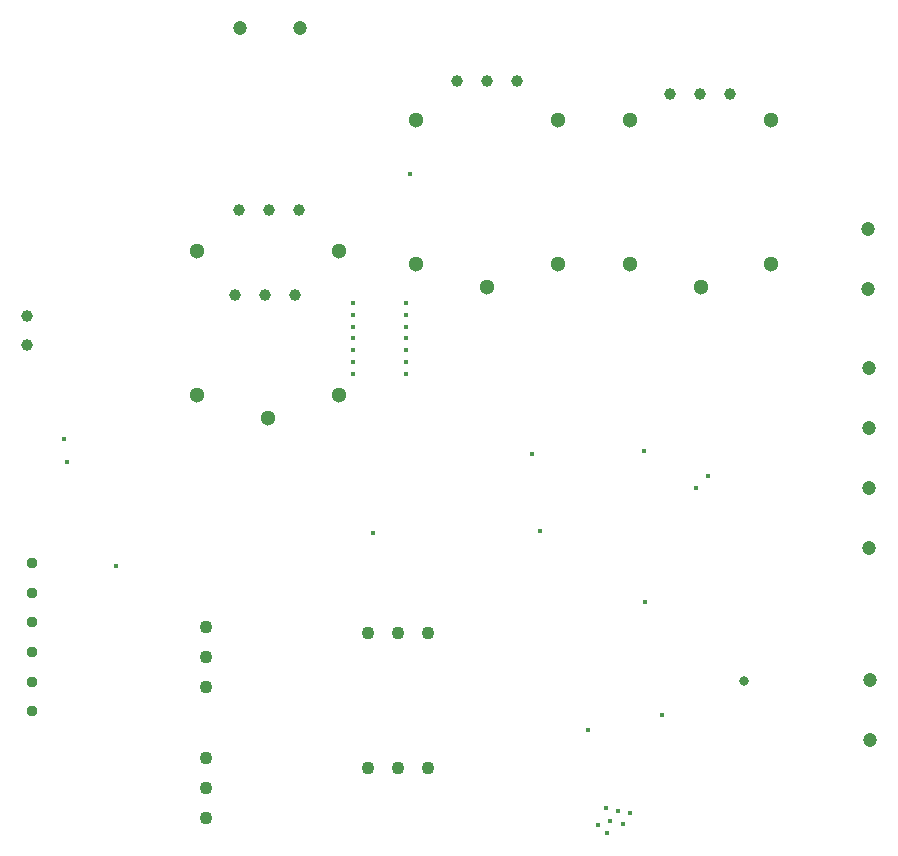
<source format=gbr>
%TF.GenerationSoftware,KiCad,Pcbnew,7.0.9*%
%TF.CreationDate,2024-02-23T12:55:03+05:30*%
%TF.ProjectId,Chg_Dschg Controller,4368675f-4473-4636-9867-20436f6e7472,rev?*%
%TF.SameCoordinates,Original*%
%TF.FileFunction,Plated,1,2,PTH,Drill*%
%TF.FilePolarity,Positive*%
%FSLAX46Y46*%
G04 Gerber Fmt 4.6, Leading zero omitted, Abs format (unit mm)*
G04 Created by KiCad (PCBNEW 7.0.9) date 2024-02-23 12:55:03*
%MOMM*%
%LPD*%
G01*
G04 APERTURE LIST*
%TA.AperFunction,ViaDrill*%
%ADD10C,0.400000*%
%TD*%
%TA.AperFunction,ViaDrill*%
%ADD11C,0.800000*%
%TD*%
%TA.AperFunction,ComponentDrill*%
%ADD12C,0.950000*%
%TD*%
%TA.AperFunction,ComponentDrill*%
%ADD13C,1.000000*%
%TD*%
%TA.AperFunction,ComponentDrill*%
%ADD14C,1.100000*%
%TD*%
%TA.AperFunction,ComponentDrill*%
%ADD15C,1.200000*%
%TD*%
%TA.AperFunction,ComponentDrill*%
%ADD16C,1.300000*%
%TD*%
G04 APERTURE END LIST*
D10*
X46546648Y-66488000D03*
X46800000Y-68500000D03*
X50950000Y-77250000D03*
X71000000Y-55000000D03*
X71000000Y-56000000D03*
X71000000Y-57000000D03*
X71000000Y-58000000D03*
X71000000Y-59000000D03*
X71000000Y-60000000D03*
X71000000Y-61000000D03*
X72700000Y-74500000D03*
X75500000Y-55000000D03*
X75500000Y-56000000D03*
X75500000Y-57000000D03*
X75500000Y-58000000D03*
X75500000Y-59000000D03*
X75500000Y-60000000D03*
X75500000Y-61000000D03*
X75800000Y-44100000D03*
X86150000Y-67800000D03*
X86850000Y-74300000D03*
X90900000Y-91200000D03*
X91700000Y-99200000D03*
X92400000Y-97800000D03*
X92500000Y-99900000D03*
X92700000Y-98900000D03*
X93400000Y-98000000D03*
X93800000Y-99100000D03*
X94400000Y-98200000D03*
X95600000Y-67500000D03*
X95700000Y-80350000D03*
X97100000Y-89900000D03*
X100000000Y-70662500D03*
X101000000Y-69613000D03*
D11*
X104100000Y-87000000D03*
D12*
%TO.C,J1*%
X43839000Y-77052000D03*
X43839000Y-79552000D03*
X43839000Y-82052000D03*
X43839000Y-84552000D03*
X43839000Y-87052000D03*
X43839000Y-89552000D03*
D13*
%TO.C,J2*%
X43400000Y-56100000D03*
X43400000Y-58600000D03*
%TO.C,J7*%
X61025000Y-54350000D03*
%TO.C,J6*%
X61325000Y-47100000D03*
%TO.C,J7*%
X63565000Y-54350000D03*
%TO.C,J6*%
X63865000Y-47100000D03*
%TO.C,J7*%
X66105000Y-54350000D03*
%TO.C,J6*%
X66405000Y-47100000D03*
%TO.C,J9*%
X79750000Y-36200000D03*
X82290000Y-36200000D03*
X84830000Y-36200000D03*
%TO.C,J8*%
X97825000Y-37350000D03*
X100365000Y-37350000D03*
X102905000Y-37350000D03*
D14*
%TO.C,Q5*%
X58555000Y-82460000D03*
X58555000Y-85000000D03*
X58555000Y-87540000D03*
%TO.C,Q1*%
X58555000Y-93560000D03*
X58555000Y-96100000D03*
X58555000Y-98640000D03*
%TO.C,Q2*%
X72210000Y-82945000D03*
%TO.C,Q3*%
X72260000Y-94395000D03*
%TO.C,Q2*%
X74750000Y-82945000D03*
%TO.C,Q3*%
X74800000Y-94395000D03*
%TO.C,Q2*%
X77290000Y-82945000D03*
%TO.C,Q3*%
X77340000Y-94395000D03*
D15*
%TO.C,J5*%
X61442500Y-31692500D03*
X66522500Y-31692500D03*
%TO.C,J3*%
X114607500Y-48727500D03*
X114607500Y-53807500D03*
%TO.C,J10*%
X114700000Y-60550000D03*
X114700000Y-65630000D03*
X114700000Y-70710000D03*
X114700000Y-75790000D03*
%TO.C,J4*%
X114707500Y-86927500D03*
X114707500Y-92007500D03*
D16*
%TO.C,K1*%
X57750000Y-50577500D03*
X57750000Y-62777500D03*
X63750000Y-64777500D03*
X69750000Y-50577500D03*
X69750000Y-62777500D03*
%TO.C,K3*%
X76350000Y-39477500D03*
X76350000Y-51677500D03*
X82350000Y-53677500D03*
X88350000Y-39477500D03*
X88350000Y-51677500D03*
%TO.C,K2*%
X94400000Y-39477500D03*
X94400000Y-51677500D03*
X100400000Y-53677500D03*
X106400000Y-39477500D03*
X106400000Y-51677500D03*
M02*

</source>
